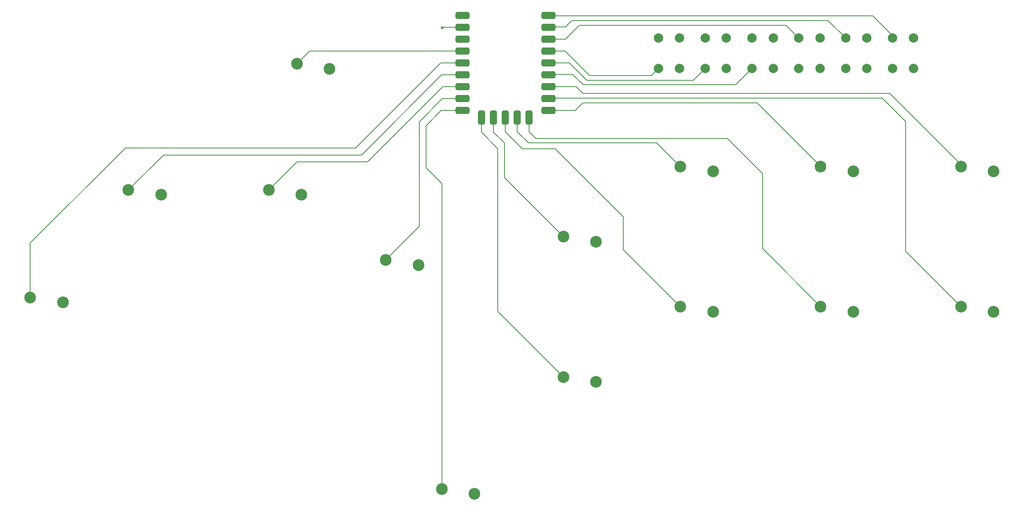
<source format=gtl>
G04 #@! TF.GenerationSoftware,KiCad,Pcbnew,8.0.4-8.0.4-0~ubuntu22.04.1*
G04 #@! TF.CreationDate,2024-07-29T20:53:54+08:00*
G04 #@! TF.ProjectId,halalsnackbox,68616c61-6c73-46e6-9163-6b626f782e6b,rev?*
G04 #@! TF.SameCoordinates,Original*
G04 #@! TF.FileFunction,Copper,L1,Top*
G04 #@! TF.FilePolarity,Positive*
%FSLAX46Y46*%
G04 Gerber Fmt 4.6, Leading zero omitted, Abs format (unit mm)*
G04 Created by KiCad (PCBNEW 8.0.4-8.0.4-0~ubuntu22.04.1) date 2024-07-29 20:53:54*
%MOMM*%
%LPD*%
G01*
G04 APERTURE LIST*
G04 Aperture macros list*
%AMRoundRect*
0 Rectangle with rounded corners*
0 $1 Rounding radius*
0 $2 $3 $4 $5 $6 $7 $8 $9 X,Y pos of 4 corners*
0 Add a 4 corners polygon primitive as box body*
4,1,4,$2,$3,$4,$5,$6,$7,$8,$9,$2,$3,0*
0 Add four circle primitives for the rounded corners*
1,1,$1+$1,$2,$3*
1,1,$1+$1,$4,$5*
1,1,$1+$1,$6,$7*
1,1,$1+$1,$8,$9*
0 Add four rect primitives between the rounded corners*
20,1,$1+$1,$2,$3,$4,$5,0*
20,1,$1+$1,$4,$5,$6,$7,0*
20,1,$1+$1,$6,$7,$8,$9,0*
20,1,$1+$1,$8,$9,$2,$3,0*%
G04 Aperture macros list end*
G04 #@! TA.AperFunction,SMDPad,CuDef*
%ADD10RoundRect,0.381000X1.119000X0.381000X-1.119000X0.381000X-1.119000X-0.381000X1.119000X-0.381000X0*%
G04 #@! TD*
G04 #@! TA.AperFunction,SMDPad,CuDef*
%ADD11RoundRect,0.381000X-0.381000X1.119000X-0.381000X-1.119000X0.381000X-1.119000X0.381000X1.119000X0*%
G04 #@! TD*
G04 #@! TA.AperFunction,SMDPad,CuDef*
%ADD12RoundRect,0.381000X0.381000X-1.119000X0.381000X1.119000X-0.381000X1.119000X-0.381000X-1.119000X0*%
G04 #@! TD*
G04 #@! TA.AperFunction,ComponentPad*
%ADD13C,2.000000*%
G04 #@! TD*
G04 #@! TA.AperFunction,ComponentPad*
%ADD14C,2.500000*%
G04 #@! TD*
G04 #@! TA.AperFunction,ViaPad*
%ADD15C,0.600000*%
G04 #@! TD*
G04 #@! TA.AperFunction,Conductor*
%ADD16C,0.200000*%
G04 #@! TD*
G04 APERTURE END LIST*
D10*
X124160000Y-1920000D03*
X124160000Y-4460000D03*
X124160000Y-7000000D03*
X124160000Y-9540000D03*
X124160000Y-12080000D03*
X124160000Y-14620000D03*
X124160000Y-17160000D03*
X124160000Y-19700000D03*
X124160000Y-22240000D03*
D11*
X120080000Y-23780000D03*
X117540000Y-23780000D03*
X115000000Y-23780000D03*
X112460000Y-23780000D03*
D12*
X109920000Y-23780000D03*
D10*
X105840000Y-22240000D03*
X105840000Y-19700000D03*
X105840000Y-17160000D03*
X105840000Y-14620000D03*
X105840000Y-12080000D03*
X105840000Y-9540000D03*
X105840000Y-7000000D03*
X105840000Y-1920000D03*
X105840000Y-4460000D03*
D13*
X157750000Y-13250000D03*
X157750000Y-6750000D03*
X162250000Y-13250000D03*
X162250000Y-6750000D03*
X197750000Y-13250000D03*
X197750000Y-6750000D03*
X202250000Y-13250000D03*
X202250000Y-6750000D03*
X177750000Y-13250000D03*
X177750000Y-6750000D03*
X182250000Y-13250000D03*
X182250000Y-6750000D03*
X167750000Y-13250000D03*
X167750000Y-6750000D03*
X172250000Y-13250000D03*
X172250000Y-6750000D03*
D14*
X13400000Y-62250000D03*
X20400000Y-63300000D03*
X152400000Y-34250000D03*
X159400000Y-35300000D03*
X89400000Y-54250000D03*
X96400000Y-55300000D03*
X127400000Y-79250000D03*
X134400000Y-80300000D03*
X34400000Y-39250000D03*
X41400000Y-40300000D03*
X70400000Y-12250000D03*
X77400000Y-13300000D03*
X182400000Y-64250000D03*
X189400000Y-65300000D03*
X127400000Y-49250000D03*
X134400000Y-50300000D03*
D13*
X147750000Y-13250000D03*
X147750000Y-6750000D03*
X152250000Y-13250000D03*
X152250000Y-6750000D03*
D14*
X64400000Y-39250000D03*
X71400000Y-40300000D03*
X101400000Y-103250000D03*
X108400000Y-104300000D03*
D13*
X187750000Y-13250000D03*
X187750000Y-6750000D03*
X192250000Y-13250000D03*
X192250000Y-6750000D03*
D14*
X212400000Y-64250000D03*
X219400000Y-65300000D03*
X152400000Y-64250000D03*
X159400000Y-65300000D03*
X182400000Y-34250000D03*
X189400000Y-35300000D03*
X212400000Y-34250000D03*
X219400000Y-35300000D03*
D15*
X101500000Y-4500000D03*
D16*
X101500000Y-4500000D02*
X101540000Y-4460000D01*
X105840000Y-4460000D02*
X101540000Y-4460000D01*
X147350000Y-29200000D02*
X119950000Y-29200000D01*
X119950000Y-29200000D02*
X117540000Y-26790000D01*
X117540000Y-26790000D02*
X117540000Y-23780000D01*
X152400000Y-34250000D02*
X147350000Y-29200000D01*
X112460000Y-23780000D02*
X112460000Y-26860000D01*
X112460000Y-26860000D02*
X114800000Y-29200000D01*
X114800000Y-29200000D02*
X114800000Y-36650000D01*
X114800000Y-36650000D02*
X127400000Y-49250000D01*
X124160000Y-1920000D02*
X124240000Y-2000000D01*
X197750000Y-6250000D02*
X197750000Y-6750000D01*
X193500000Y-2000000D02*
X197750000Y-6250000D01*
X124240000Y-2000000D02*
X193500000Y-2000000D01*
X70400000Y-33250000D02*
X64400000Y-39250000D01*
X85500000Y-33250000D02*
X70400000Y-33250000D01*
X85500000Y-33250000D02*
X101590000Y-17160000D01*
X101590000Y-17160000D02*
X105840000Y-17160000D01*
X73110000Y-9540000D02*
X70400000Y-12250000D01*
X105840000Y-9540000D02*
X73110000Y-9540000D01*
X155200000Y-15800000D02*
X157750000Y-13250000D01*
X132400000Y-15800000D02*
X155200000Y-15800000D01*
X128680000Y-12080000D02*
X132400000Y-15800000D01*
X124160000Y-12080000D02*
X128680000Y-12080000D01*
X131650000Y-16750000D02*
X164250000Y-16750000D01*
X124280000Y-14500000D02*
X129400000Y-14500000D01*
X124160000Y-14620000D02*
X124280000Y-14500000D01*
X129400000Y-14500000D02*
X131650000Y-16750000D01*
X164250000Y-16750000D02*
X167750000Y-13250000D01*
X105840000Y-14620000D02*
X101380000Y-14620000D01*
X101380000Y-14620000D02*
X84250000Y-31750000D01*
X84250000Y-31750000D02*
X41900000Y-31750000D01*
X41900000Y-31750000D02*
X34400000Y-39250000D01*
X124160000Y-7000000D02*
X127800000Y-7000000D01*
X127800000Y-7000000D02*
X130800000Y-4000000D01*
X130800000Y-4000000D02*
X175000000Y-4000000D01*
X175000000Y-4000000D02*
X177750000Y-6750000D01*
X133000000Y-14800000D02*
X127740000Y-9540000D01*
X146200000Y-14800000D02*
X133000000Y-14800000D01*
X147750000Y-13250000D02*
X146200000Y-14800000D01*
X127740000Y-9540000D02*
X124160000Y-9540000D01*
X212400000Y-33800000D02*
X212400000Y-34250000D01*
X131600000Y-18600000D02*
X197200000Y-18600000D01*
X130160000Y-17160000D02*
X131600000Y-18600000D01*
X197200000Y-18600000D02*
X212400000Y-33800000D01*
X124160000Y-17160000D02*
X124320000Y-17000000D01*
X124160000Y-17160000D02*
X130160000Y-17160000D01*
X127400000Y-79250000D02*
X126250000Y-79250000D01*
X109920000Y-26920000D02*
X113400000Y-30400000D01*
X109920000Y-23780000D02*
X110000000Y-23860000D01*
X109920000Y-23780000D02*
X109920000Y-26920000D01*
X113400000Y-30400000D02*
X113400000Y-65250000D01*
X113400000Y-65250000D02*
X127400000Y-79250000D01*
X124220000Y-4400000D02*
X127800000Y-4400000D01*
X127800000Y-4400000D02*
X129200000Y-3000000D01*
X129200000Y-3000000D02*
X184000000Y-3000000D01*
X124160000Y-4460000D02*
X124220000Y-4400000D01*
X184000000Y-3000000D02*
X187750000Y-6750000D01*
X96600000Y-47050000D02*
X89400000Y-54250000D01*
X101550000Y-19700000D02*
X96600000Y-24650000D01*
X105840000Y-19700000D02*
X101550000Y-19700000D01*
X96600000Y-24650000D02*
X96600000Y-47050000D01*
X83000000Y-30250000D02*
X101170000Y-12080000D01*
X33750000Y-30250000D02*
X13400000Y-50600000D01*
X101170000Y-12080000D02*
X105840000Y-12080000D01*
X13400000Y-62250000D02*
X13400000Y-50600000D01*
X83000000Y-30250000D02*
X33750000Y-30250000D01*
X200600000Y-24600000D02*
X195600000Y-19600000D01*
X200600000Y-52400000D02*
X200600000Y-24600000D01*
X195600000Y-19600000D02*
X124260000Y-19600000D01*
X124260000Y-19600000D02*
X124160000Y-19700000D01*
X212400000Y-64200000D02*
X200600000Y-52400000D01*
X212400000Y-64250000D02*
X212400000Y-64200000D01*
X120080000Y-26830000D02*
X121450000Y-28200000D01*
X120080000Y-23780000D02*
X120080000Y-26830000D01*
X121450000Y-28200000D02*
X162450000Y-28200000D01*
X170000000Y-51800000D02*
X182400000Y-64200000D01*
X162450000Y-28200000D02*
X170000000Y-35750000D01*
X170000000Y-35750000D02*
X170000000Y-51800000D01*
X182400000Y-64200000D02*
X182400000Y-64250000D01*
X98000000Y-25500000D02*
X98000000Y-34500000D01*
X101400000Y-37900000D02*
X101400000Y-103250000D01*
X101260000Y-22240000D02*
X98000000Y-25500000D01*
X98000000Y-34500000D02*
X101400000Y-37900000D01*
X105840000Y-22240000D02*
X101260000Y-22240000D01*
X115000000Y-26800000D02*
X115000000Y-23780000D01*
X140200000Y-52050000D02*
X140200000Y-45000000D01*
X118600000Y-30400000D02*
X115000000Y-26800000D01*
X140200000Y-45000000D02*
X125600000Y-30400000D01*
X152400000Y-64250000D02*
X140200000Y-52050000D01*
X125600000Y-30400000D02*
X118600000Y-30400000D01*
X168800000Y-20600000D02*
X182400000Y-34200000D01*
X129960000Y-22240000D02*
X131600000Y-20600000D01*
X131600000Y-20600000D02*
X168800000Y-20600000D01*
X182400000Y-34200000D02*
X182400000Y-34250000D01*
X124160000Y-22240000D02*
X129960000Y-22240000D01*
M02*

</source>
